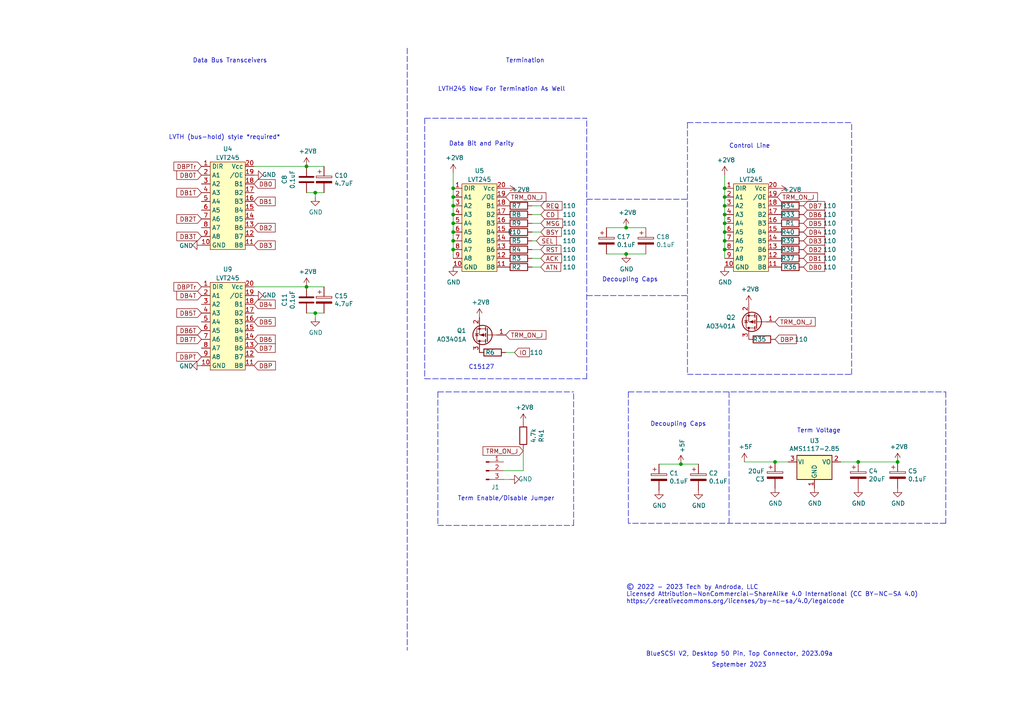
<source format=kicad_sch>
(kicad_sch (version 20211123) (generator eeschema)
  (paper "A4")
  (lib_symbols
    (symbol "Connector:Conn_01x03_Male" (pin_names (offset 1.016) hide)
      (property "Reference" "J" (at 0 5.08 0))
      (property "Value" "Conn_01x03_Male" (at 0 -5.08 0))
      (symbol "Conn_01x03_Male_1_1"
        (polyline (pts (xy 1.27 -2.54) (xy 0.8636 -2.54)) (stroke (width 0.1524)))
        (polyline (pts (xy 1.27 0) (xy 0.8636 0)) (stroke (width 0.1524)))
        (polyline (pts (xy 1.27 2.54) (xy 0.8636 2.54)) (stroke (width 0.1524)))
        (rectangle (start 0.8636 -2.413) (end 0 -2.667) (stroke (width 0.1524)) (fill (type outline)))
        (rectangle (start 0.8636 0.127) (end 0 -0.127) (stroke (width 0.1524)) (fill (type outline)))
        (rectangle (start 0.8636 2.667) (end 0 2.413) (stroke (width 0.1524)) (fill (type outline)))
        (pin passive line (at 5.08 2.54 180) (length 3.81) (name "Pin_1") (number "1"))
        (pin passive line (at 5.08 0 180) (length 3.81) (name "Pin_2") (number "2"))
        (pin passive line (at 5.08 -2.54 180) (length 3.81) (name "Pin_3") (number "3"))
      )
    )
    (symbol "Device:C" (pin_numbers hide) (pin_names (offset 0.254))
      (property "Reference" "C" (at 0.635 2.54 0))
      (property "Value" "C" (at 0.635 -2.54 0))
      (symbol "C_0_1"
        (polyline (pts (xy -2.032 -0.762) (xy 2.032 -0.762)) (stroke (width 0.508)))
        (polyline (pts (xy -2.032 0.762) (xy 2.032 0.762)) (stroke (width 0.508)))
      )
      (symbol "C_1_1"
        (pin passive line (at 0 3.81 270) (length 2.794) (name "~") (number "1"))
        (pin passive line (at 0 -3.81 90) (length 2.794) (name "~") (number "2"))
      )
    )
    (symbol "Device:CP" (pin_numbers hide) (pin_names (offset 0.254))
      (property "Reference" "C" (at 0.635 2.54 0))
      (property "Value" "Device_CP" (at 0.635 -2.54 0))
      (symbol "CP_0_1"
        (rectangle (start -2.286 0.508) (end 2.286 1.016))
        (polyline (pts (xy -1.778 2.286) (xy -0.762 2.286)))
        (polyline (pts (xy -1.27 2.794) (xy -1.27 1.778)))
        (rectangle (start 2.286 -0.508) (end -2.286 -1.016) (fill (type outline)))
      )
      (symbol "CP_1_1"
        (pin passive line (at 0 3.81 270) (length 2.794) (name "~") (number "1"))
        (pin passive line (at 0 -3.81 90) (length 2.794) (name "~") (number "2"))
      )
    )
    (symbol "Device:R" (pin_numbers hide) (pin_names (offset 0))
      (property "Reference" "R" (at 2.032 0 90))
      (property "Value" "R" (at 0 0 90))
      (symbol "R_0_1"
        (rectangle (start -1.016 -2.54) (end 1.016 2.54) (stroke (width 0.254)))
      )
      (symbol "R_1_1"
        (pin passive line (at 0 3.81 270) (length 1.27) (name "~") (number "1"))
        (pin passive line (at 0 -3.81 90) (length 1.27) (name "~") (number "2"))
      )
    )
    (symbol "New_Library:LVT245"
      (property "Reference" "U" (at 0 0 0))
      (property "Value" "LVT245" (at 0 2.54 0))
      (symbol "LVT245_0_1"
        (rectangle (start 5.08 -2.54) (end -5.08 -27.94) (fill (type background)))
      )
      (symbol "LVT245_1_1"
        (pin input line (at -7.62 -3.81 0) (length 2.54) (name "DIR") (number "1"))
        (pin input line (at -7.62 -26.67 0) (length 2.54) (name "GND") (number "10"))
        (pin input line (at 7.62 -26.67 180) (length 2.54) (name "B8") (number "11"))
        (pin input line (at 7.62 -24.13 180) (length 2.54) (name "B7") (number "12"))
        (pin input line (at 7.62 -21.59 180) (length 2.54) (name "B6") (number "13"))
        (pin input line (at 7.62 -19.05 180) (length 2.54) (name "B5") (number "14"))
        (pin input line (at 7.62 -16.51 180) (length 2.54) (name "B4") (number "15"))
        (pin input line (at 7.62 -13.97 180) (length 2.54) (name "B3") (number "16"))
        (pin input line (at 7.62 -11.43 180) (length 2.54) (name "B2") (number "17"))
        (pin input line (at 7.62 -8.89 180) (length 2.54) (name "B1") (number "18"))
        (pin input line (at 7.62 -6.35 180) (length 2.54) (name "/OE") (number "19"))
        (pin input line (at -7.62 -6.35 0) (length 2.54) (name "A1") (number "2"))
        (pin input line (at 7.62 -3.81 180) (length 2.54) (name "Vcc") (number "20"))
        (pin input line (at -7.62 -8.89 0) (length 2.54) (name "A2") (number "3"))
        (pin input line (at -7.62 -11.43 0) (length 2.54) (name "A3") (number "4"))
        (pin input line (at -7.62 -13.97 0) (length 2.54) (name "A4") (number "5"))
        (pin input line (at -7.62 -16.51 0) (length 2.54) (name "A5") (number "6"))
        (pin input line (at -7.62 -19.05 0) (length 2.54) (name "A6") (number "7"))
        (pin input line (at -7.62 -21.59 0) (length 2.54) (name "A7") (number "8"))
        (pin input line (at -7.62 -24.13 0) (length 2.54) (name "A8") (number "9"))
      )
    )
    (symbol "Regulator_Linear:AMS1117CD-2.85" (pin_names (offset 0.254))
      (property "Reference" "U" (at -3.81 3.175 0))
      (property "Value" "AMS1117CD-2.85" (at 0 3.175 0))
      (symbol "AMS1117CD-2.85_0_1"
        (rectangle (start -5.08 -5.08) (end 5.08 1.905) (stroke (width 0.254)) (fill (type background)))
      )
      (symbol "AMS1117CD-2.85_1_1"
        (pin power_in line (at 0 -7.62 90) (length 2.54) (name "GND") (number "1"))
        (pin power_out line (at 7.62 0 180) (length 2.54) (name "VO") (number "2"))
        (pin power_in line (at -7.62 0 0) (length 2.54) (name "VI") (number "3"))
      )
    )
    (symbol "Transistor_FET:AO3401A" (pin_names hide)
      (property "Reference" "Q" (at 5.08 1.905 0))
      (property "Value" "AO3401A" (at 5.08 0 0))
      (symbol "AO3401A_0_1"
        (polyline (pts (xy 0.254 0) (xy -2.54 0)))
        (polyline (pts (xy 0.254 1.905) (xy 0.254 -1.905)) (stroke (width 0.254)))
        (polyline (pts (xy 0.762 -1.27) (xy 0.762 -2.286)) (stroke (width 0.254)))
        (polyline (pts (xy 0.762 0.508) (xy 0.762 -0.508)) (stroke (width 0.254)))
        (polyline (pts (xy 0.762 2.286) (xy 0.762 1.27)) (stroke (width 0.254)))
        (polyline (pts (xy 2.54 2.54) (xy 2.54 1.778)))
        (polyline (pts (xy 2.54 -2.54) (xy 2.54 0) (xy 0.762 0)))
        (polyline (pts (xy 0.762 1.778) (xy 3.302 1.778) (xy 3.302 -1.778) (xy 0.762 -1.778)))
        (polyline (pts (xy 2.286 0) (xy 1.27 0.381) (xy 1.27 -0.381) (xy 2.286 0)) (fill (type outline)))
        (polyline (pts (xy 2.794 -0.508) (xy 2.921 -0.381) (xy 3.683 -0.381) (xy 3.81 -0.254)))
        (polyline (pts (xy 3.302 -0.381) (xy 2.921 0.254) (xy 3.683 0.254) (xy 3.302 -0.381)))
        (circle (center 1.651 0) (radius 2.794) (stroke (width 0.254)))
        (circle (center 2.54 -1.778) (radius 0.254) (fill (type outline)))
        (circle (center 2.54 1.778) (radius 0.254) (fill (type outline)))
      )
      (symbol "AO3401A_1_1"
        (pin input line (at -5.08 0 0) (length 2.54) (name "G") (number "1"))
        (pin passive line (at 2.54 -5.08 90) (length 2.54) (name "S") (number "2"))
        (pin passive line (at 2.54 5.08 270) (length 2.54) (name "D") (number "3"))
      )
    )
    (symbol "power:+2V8" (power) (pin_names (offset 0))
      (property "Value" "+2V8" (at 0 3.556 0))
      (symbol "+2V8_0_1"
        (polyline (pts (xy -0.762 1.27) (xy 0 2.54)))
        (polyline (pts (xy 0 0) (xy 0 2.54)))
        (polyline (pts (xy 0 2.54) (xy 0.762 1.27)))
      )
      (symbol "+2V8_1_1"
        (pin power_in line (at 0 0 90) (length 0) hide (name "+2V8") (number "1"))
      )
    )
    (symbol "power:+5F" (power) (pin_names (offset 0))
      (property "Value" "+5F" (at 0 3.556 0))
      (symbol "+5F_0_1"
        (polyline (pts (xy -0.762 1.27) (xy 0 2.54)))
        (polyline (pts (xy 0 0) (xy 0 2.54)))
        (polyline (pts (xy 0 2.54) (xy 0.762 1.27)))
      )
      (symbol "+5F_1_1"
        (pin power_in line (at 0 0 90) (length 0) hide (name "+5F") (number "1"))
      )
    )
    (symbol "power:GND" (power) (pin_names (offset 0))
      (property "Value" "GND" (at 0 -3.81 0))
      (symbol "GND_0_1"
        (polyline (pts (xy 0 0) (xy 0 -1.27) (xy 1.27 -1.27) (xy 0 -2.54) (xy -1.27 -1.27) (xy 0 -1.27)))
      )
      (symbol "GND_1_1"
        (pin power_in line (at 0 0 270) (length 0) hide (name "GND") (number "1"))
      )
    )
  )
  (junction (at 131.445 69.85))
  (junction (at 131.445 54.61))
  (junction (at 131.445 57.15))
  (junction (at 210.185 64.77))
  (junction (at 210.185 72.39))
  (junction (at 131.445 67.31))
  (junction (at 88.9 83.185))
  (junction (at 131.445 64.77))
  (junction (at 131.445 59.69))
  (junction (at 210.185 57.15))
  (junction (at 210.185 62.23))
  (junction (at 91.44 90.805))
  (junction (at 131.445 62.23))
  (junction (at 91.44 55.88))
  (junction (at 210.185 59.69))
  (junction (at 210.185 69.85))
  (junction (at 224.79 133.985))
  (junction (at 210.185 67.31))
  (junction (at 260.35 133.985))
  (junction (at 131.445 72.39))
  (junction (at 181.61 73.66))
  (junction (at 181.61 66.04))
  (junction (at 210.185 54.61))
  (junction (at 197.485 134.62))
  (junction (at 248.92 133.985))
  (junction (at 88.9 48.26))
  (wire (pts (xy 210.185 64.77) (xy 210.185 67.31)))
  (wire (pts (xy 197.485 134.62) (xy 202.565 134.62)))
  (wire (pts (xy 248.92 133.985) (xy 260.35 133.985)))
  (wire (pts (xy 175.895 73.66) (xy 181.61 73.66)))
  (wire (pts (xy 146.05 136.525) (xy 151.765 136.525)))
  (wire (pts (xy 210.185 67.31) (xy 210.185 69.85)))
  (wire (pts (xy 91.44 90.805) (xy 91.44 92.075)))
  (polyline (pts (xy 170.18 85.725) (xy 199.39 85.725)))
  (wire (pts (xy 243.84 133.985) (xy 248.92 133.985)))
  (wire (pts (xy 210.185 50.8) (xy 210.185 54.61)))
  (wire (pts (xy 210.185 72.39) (xy 210.185 74.93)))
  (polyline (pts (xy 118.11 13.97) (xy 118.11 188.595)))
  (wire (pts (xy 73.66 48.26) (xy 88.9 48.26)))
  (polyline (pts (xy 123.19 34.29) (xy 170.18 34.29)))
  (wire (pts (xy 156.845 67.31) (xy 154.305 67.31)))
  (polyline (pts (xy 182.245 113.665) (xy 182.245 151.765)))
  (polyline (pts (xy 199.39 35.56) (xy 247.015 35.56)))
  (polyline (pts (xy 123.19 109.855) (xy 170.18 109.855)))
  (wire (pts (xy 154.305 72.39) (xy 156.845 72.39)))
  (wire (pts (xy 131.445 64.77) (xy 131.445 67.31)))
  (wire (pts (xy 146.05 139.065) (xy 147.955 139.065)))
  (wire (pts (xy 73.66 83.185) (xy 88.9 83.185)))
  (wire (pts (xy 181.61 73.66) (xy 187.325 73.66)))
  (polyline (pts (xy 170.18 109.855) (xy 170.18 34.29)))
  (wire (pts (xy 154.305 59.69) (xy 156.845 59.69)))
  (wire (pts (xy 131.445 59.69) (xy 131.445 62.23)))
  (wire (pts (xy 88.9 48.26) (xy 93.98 48.26)))
  (wire (pts (xy 131.445 72.39) (xy 131.445 74.93)))
  (polyline (pts (xy 127 113.665) (xy 127 152.4)))
  (wire (pts (xy 154.305 62.23) (xy 156.845 62.23)))
  (polyline (pts (xy 211.455 113.665) (xy 211.455 151.765)))
  (wire (pts (xy 156.845 64.77) (xy 154.305 64.77)))
  (wire (pts (xy 88.9 83.185) (xy 93.98 83.185)))
  (polyline (pts (xy 166.37 152.4) (xy 166.37 113.665)))
  (polyline (pts (xy 170.18 57.785) (xy 199.39 57.785)))
  (wire (pts (xy 91.44 55.88) (xy 91.44 57.15)))
  (wire (pts (xy 210.185 62.23) (xy 210.185 64.77)))
  (wire (pts (xy 131.445 62.23) (xy 131.445 64.77)))
  (wire (pts (xy 131.445 50.165) (xy 131.445 54.61)))
  (wire (pts (xy 210.185 59.69) (xy 210.185 62.23)))
  (wire (pts (xy 210.185 54.61) (xy 210.185 57.15)))
  (polyline (pts (xy 247.015 108.585) (xy 247.015 35.56)))
  (polyline (pts (xy 182.245 113.665) (xy 274.32 113.665)))
  (wire (pts (xy 215.9 133.985) (xy 224.79 133.985)))
  (wire (pts (xy 175.895 66.04) (xy 181.61 66.04)))
  (wire (pts (xy 154.305 77.47) (xy 156.845 77.47)))
  (wire (pts (xy 91.44 55.88) (xy 93.98 55.88)))
  (wire (pts (xy 181.61 66.04) (xy 187.325 66.04)))
  (wire (pts (xy 149.225 102.235) (xy 146.685 102.235)))
  (polyline (pts (xy 274.32 113.665) (xy 274.32 151.765)))
  (wire (pts (xy 156.845 74.93) (xy 154.305 74.93)))
  (wire (pts (xy 131.445 69.85) (xy 131.445 72.39)))
  (polyline (pts (xy 199.39 108.585) (xy 247.015 108.585)))
  (polyline (pts (xy 123.19 34.29) (xy 123.19 109.855)))
  (wire (pts (xy 210.185 57.15) (xy 210.185 59.69)))
  (wire (pts (xy 88.9 55.88) (xy 91.44 55.88)))
  (wire (pts (xy 131.445 54.61) (xy 131.445 57.15)))
  (wire (pts (xy 210.185 69.85) (xy 210.185 72.39)))
  (wire (pts (xy 191.135 134.62) (xy 197.485 134.62)))
  (wire (pts (xy 131.445 57.15) (xy 131.445 59.69)))
  (wire (pts (xy 224.79 133.985) (xy 228.6 133.985)))
  (wire (pts (xy 154.305 69.85) (xy 155.575 69.85)))
  (wire (pts (xy 131.445 67.31) (xy 131.445 69.85)))
  (polyline (pts (xy 127 113.665) (xy 166.37 113.665)))
  (polyline (pts (xy 127 152.4) (xy 166.37 152.4)))
  (polyline (pts (xy 199.39 35.56) (xy 199.39 108.585)))
  (wire (pts (xy 91.44 90.805) (xy 93.98 90.805)))
  (wire (pts (xy 151.765 136.525) (xy 151.765 130.175)))
  (wire (pts (xy 88.9 90.805) (xy 91.44 90.805)))
  (polyline (pts (xy 274.32 151.765) (xy 182.245 151.765)))
  (text "Data Bus Transceivers" (at 55.88 18.415 0) (effects (font (size 1.27 1.27)) (justify left bottom)))
  (text "C15127" (at 135.89 107.315 0) (effects (font (size 1.27 1.27)) (justify left bottom)))
  (text "Control Line" (at 211.455 43.18 0) (effects (font (size 1.27 1.27)) (justify left bottom)))
  (text "Decoupling Caps" (at 188.595 123.825 0) (effects (font (size 1.27 1.27)) (justify left bottom)))
  (text "Data Bit and Parity" (at 130.175 42.545 0) (effects (font (size 1.27 1.27)) (justify left bottom)))
  (text "© 2022 - 2023 Tech by Androda, LLC\nLicensed Attribution-NonCommercial-ShareAlike 4.0 International (CC BY-NC-SA 4.0)\nhttps://creativecommons.org/licenses/by-nc-sa/4.0/legalcode" (at 181.61 175.26 0) (effects (font (size 1.27 1.27)) (justify left bottom)))
  (text "BlueSCSI V2, Desktop 50 Pin, Top Connector, 2023.09a" (at 187.325 190.5 0) (effects (font (size 1.27 1.27)) (justify left bottom)))
  (text "Termination" (at 146.685 18.415 0) (effects (font (size 1.27 1.27)) (justify left bottom)))
  (text "Term Voltage" (at 231.14 125.73 0) (effects (font (size 1.27 1.27)) (justify left bottom)))
  (text "Term Enable/Disable Jumper" (at 132.715 145.415 0) (effects (font (size 1.27 1.27)) (justify left bottom)))
  (text "Decoupling Caps" (at 174.625 81.915 0) (effects (font (size 1.27 1.27)) (justify left bottom)))
  (text "September 2023" (at 206.375 193.675 0) (effects (font (size 1.27 1.27)) (justify left bottom)))
  (text "LVTH245 Now For Termination As Well" (at 127 26.67 0) (effects (font (size 1.27 1.27)) (justify left bottom)))
  (text "LVTH (bus-hold) style *required*" (at 48.895 40.64 0) (effects (font (size 1.27 1.27)) (justify left bottom)))
  (global_label "DB3T" (shape input) (at 58.42 68.58 180) (property "Intersheet References" "${INTERSHEET_REFS}" (effects hide)))
  (global_label "TRM_ON_J" (shape input) (at 151.765 130.81 180) (property "Intersheet References" "${INTERSHEET_REFS}" (effects hide)))
  (global_label "DB1" (shape input) (at 233.045 74.93 0) (property "Intersheet References" "${INTERSHEET_REFS}" (effects hide)))
  (global_label "TRM_ON_J" (shape input) (at 225.425 57.15 0) (property "Intersheet References" "${INTERSHEET_REFS}" (effects hide)))
  (global_label "DBPTr" (shape input) (at 58.42 83.185 180) (property "Intersheet References" "${INTERSHEET_REFS}" (effects hide)))
  (global_label "DB7" (shape input) (at 73.66 100.965 0) (property "Intersheet References" "${INTERSHEET_REFS}" (effects hide)))
  (global_label "DBPTr" (shape input) (at 58.42 48.26 180) (property "Intersheet References" "${INTERSHEET_REFS}" (effects hide)))
  (global_label "DB5T" (shape input) (at 58.42 90.805 180) (property "Intersheet References" "${INTERSHEET_REFS}" (effects hide)))
  (global_label "DB2" (shape input) (at 73.66 66.04 0) (property "Intersheet References" "${INTERSHEET_REFS}" (effects hide)))
  (global_label "CD" (shape input) (at 156.845 62.23 0) (property "Intersheet References" "${INTERSHEET_REFS}" (effects hide)))
  (global_label "TRM_ON_J" (shape input) (at 146.685 97.155 0) (property "Intersheet References" "${INTERSHEET_REFS}" (effects hide)))
  (global_label "DBP" (shape input) (at 224.79 98.425 0) (property "Intersheet References" "${INTERSHEET_REFS}" (effects hide)))
  (global_label "DB6T" (shape input) (at 58.42 95.885 180) (property "Intersheet References" "${INTERSHEET_REFS}" (effects hide)))
  (global_label "DB7T" (shape input) (at 58.42 98.425 180) (property "Intersheet References" "${INTERSHEET_REFS}" (effects hide)))
  (global_label "DB0T" (shape input) (at 58.42 50.8 180) (property "Intersheet References" "${INTERSHEET_REFS}" (effects hide)))
  (global_label "DB0" (shape input) (at 73.66 53.34 0) (property "Intersheet References" "${INTERSHEET_REFS}" (effects hide)))
  (global_label "DB7" (shape input) (at 233.045 59.69 0) (property "Intersheet References" "${INTERSHEET_REFS}" (effects hide)))
  (global_label "ATN" (shape input) (at 156.845 77.47 0) (property "Intersheet References" "${INTERSHEET_REFS}" (effects hide)))
  (global_label "RST" (shape input) (at 156.845 72.39 0) (property "Intersheet References" "${INTERSHEET_REFS}" (effects hide)))
  (global_label "DB3" (shape input) (at 73.66 71.12 0) (property "Intersheet References" "${INTERSHEET_REFS}" (effects hide)))
  (global_label "DB5" (shape input) (at 73.66 93.345 0) (property "Intersheet References" "${INTERSHEET_REFS}" (effects hide)))
  (global_label "TRM_ON_J" (shape input) (at 224.79 93.345 0) (property "Intersheet References" "${INTERSHEET_REFS}" (effects hide)))
  (global_label "ACK" (shape input) (at 156.845 74.93 0) (property "Intersheet References" "${INTERSHEET_REFS}" (effects hide)))
  (global_label "DB2T" (shape input) (at 58.42 63.5 180) (property "Intersheet References" "${INTERSHEET_REFS}" (effects hide)))
  (global_label "MSG" (shape input) (at 156.845 64.77 0) (property "Intersheet References" "${INTERSHEET_REFS}" (effects hide)))
  (global_label "REQ" (shape input) (at 156.845 59.69 0) (property "Intersheet References" "${INTERSHEET_REFS}" (effects hide)))
  (global_label "IO" (shape input) (at 149.225 102.235 0) (property "Intersheet References" "${INTERSHEET_REFS}" (effects hide)))
  (global_label "DB5" (shape input) (at 233.045 64.77 0) (property "Intersheet References" "${INTERSHEET_REFS}" (effects hide)))
  (global_label "DB0" (shape input) (at 233.045 77.47 0) (property "Intersheet References" "${INTERSHEET_REFS}" (effects hide)))
  (global_label "DB1T" (shape input) (at 58.42 55.88 180) (property "Intersheet References" "${INTERSHEET_REFS}" (effects hide)))
  (global_label "DB6" (shape input) (at 233.045 62.23 0) (property "Intersheet References" "${INTERSHEET_REFS}" (effects hide)))
  (global_label "DB3" (shape input) (at 233.045 69.85 0) (property "Intersheet References" "${INTERSHEET_REFS}" (effects hide)))
  (global_label "DBPT" (shape input) (at 58.42 103.505 180) (property "Intersheet References" "${INTERSHEET_REFS}" (effects hide)))
  (global_label "TRM_ON_J" (shape input) (at 146.685 57.15 0) (property "Intersheet References" "${INTERSHEET_REFS}" (effects hide)))
  (global_label "SEL" (shape input) (at 155.575 69.85 0) (property "Intersheet References" "${INTERSHEET_REFS}" (effects hide)))
  (global_label "DB4" (shape input) (at 73.66 88.265 0) (property "Intersheet References" "${INTERSHEET_REFS}" (effects hide)))
  (global_label "DB2" (shape input) (at 233.045 72.39 0) (property "Intersheet References" "${INTERSHEET_REFS}" (effects hide)))
  (global_label "DB6" (shape input) (at 73.66 98.425 0) (property "Intersheet References" "${INTERSHEET_REFS}" (effects hide)))
  (global_label "BSY" (shape input) (at 156.845 67.31 0) (property "Intersheet References" "${INTERSHEET_REFS}" (effects hide)))
  (global_label "DB4T" (shape input) (at 58.42 85.725 180) (property "Intersheet References" "${INTERSHEET_REFS}" (effects hide)))
  (global_label "DBP" (shape input) (at 73.66 106.045 0) (property "Intersheet References" "${INTERSHEET_REFS}" (effects hide)))
  (global_label "DB4" (shape input) (at 233.045 67.31 0) (property "Intersheet References" "${INTERSHEET_REFS}" (effects hide)))
  (global_label "DB1" (shape input) (at 73.66 58.42 0) (property "Intersheet References" "${INTERSHEET_REFS}" (effects hide)))
  (symbol (lib_id "Device:CP") (at 260.35 137.795 0) (unit 1)
    (property "Reference" "C5" (at 263.3472 136.6266 0) (effects (justify left)))
    (property "Value" "0.1uF" (at 263.3472 138.938 0) (effects (justify left)))
    (property "Footprint" "Capacitor_SMD:C_0805_2012Metric_Pad1.15x1.40mm_HandSolder" (effects hide))
  )
  (symbol (lib_id "power:GND") (at 147.955 139.065 90) (unit 1)
    (property "Reference" "#PWR04" (effects hide))
    (property "Value" "GND" (at 152.3492 138.938 90))
  )
  (symbol (lib_id "New_Library:LVT245") (at 217.805 50.8 0) (unit 1)
    (property "Reference" "U6" (at 217.805 49.53 0))
    (property "Value" "LVT245" (at 217.805 52.07 0))
    (property "Footprint" "Package_SO:TSSOP-20_4.4x6.5mm_P0.65mm" (effects hide))
  )
  (symbol (lib_id "New_Library:LVT245") (at 139.065 50.8 0) (unit 1)
    (property "Reference" "U5" (at 139.065 49.53 0))
    (property "Value" "LVT245" (at 139.065 52.07 0))
    (property "Footprint" "Package_SO:TSSOP-20_4.4x6.5mm_P0.65mm" (effects hide))
  )
  (symbol (lib_id "power:GND") (at 181.61 73.66 0) (unit 1)
    (property "Reference" "#PWR054" (effects hide))
    (property "Value" "GND" (at 181.737 78.0542 0))
  )
  (symbol (lib_id "power:+2V8") (at 225.425 54.61 270) (unit 1)
    (property "Reference" "#PWR0109" (effects hide))
    (property "Value" "+2V8" (at 229.8192 54.991 90))
  )
  (symbol (lib_id "New_Library:LVT245") (at 66.04 44.45 0) (unit 1)
    (property "Reference" "U4" (at 66.04 43.18 0))
    (property "Value" "LVT245" (at 66.04 45.72 0))
    (property "Footprint" "Package_SO:TSSOP-20_4.4x6.5mm_P0.65mm" (effects hide))
  )
  (symbol (lib_id "Device:C") (at 88.9 52.07 0) (unit 1)
    (property "Reference" "C8" (at 82.4992 52.07 90))
    (property "Value" "0.1uF" (at 84.8106 52.07 90))
    (property "Footprint" "Capacitor_SMD:C_0805_2012Metric_Pad1.18x1.45mm_HandSolder" (effects hide))
  )
  (symbol (lib_id "Device:CP") (at 191.135 138.43 0) (unit 1)
    (property "Reference" "C1" (at 194.1322 137.2616 0) (effects (justify left)))
    (property "Value" "0.1uF" (at 194.1322 139.573 0) (effects (justify left)))
    (property "Footprint" "Capacitor_SMD:C_0805_2012Metric_Pad1.15x1.40mm_HandSolder" (effects hide))
  )
  (symbol (lib_id "Device:R") (at 229.235 69.85 90) (mirror x) (unit 1)
    (property "Reference" "R39" (at 230.505 69.85 90) (effects (justify left)))
    (property "Value" "110" (at 242.57 69.85 90) (effects (justify left)))
    (property "Footprint" "Resistor_SMD:R_0603_1608Metric_Pad0.98x0.95mm_HandSolder" (effects hide))
  )
  (symbol (lib_id "power:+2V8") (at 151.765 122.555 0) (unit 1)
    (property "Reference" "#PWR058" (effects hide))
    (property "Value" "+2V8" (at 152.146 118.1608 0))
  )
  (symbol (lib_id "power:+5F") (at 197.485 134.62 0) (unit 1)
    (property "Reference" "#PWR0116" (effects hide))
    (property "Value" "+5F" (at 197.866 131.3688 90) (effects (justify left)))
  )
  (symbol (lib_id "Regulator_Linear:AMS1117CD-2.85") (at 236.22 133.985 0) (unit 1)
    (property "Reference" "U3" (at 236.22 127.8382 0))
    (property "Value" "AMS1117-2.85" (at 236.22 130.1496 0))
    (property "Footprint" "Package_TO_SOT_SMD:SOT-223-3_TabPin2" (effects hide))
    (property "Datasheet" "http://www.advanced-monolithic.com/pdf/ds1117.pdf" (effects hide))
  )
  (symbol (lib_id "power:GND") (at 191.135 142.24 0) (unit 1)
    (property "Reference" "#PWR03" (effects hide))
    (property "Value" "GND" (at 191.262 146.6342 0))
  )
  (symbol (lib_id "Transistor_FET:AO3401A") (at 141.605 97.155 180) (unit 1)
    (property "Reference" "Q1" (at 135.255 95.8849 0) (effects (justify left)))
    (property "Value" "AO3401A" (at 135.255 98.4249 0) (effects (justify left)))
    (property "Footprint" "Package_TO_SOT_SMD:SOT-23" (effects hide))
    (property "Datasheet" "http://www.aosmd.com/pdfs/datasheet/AO3401A.pdf" (effects hide))
  )
  (symbol (lib_id "power:GND") (at 58.42 106.045 270) (unit 1)
    (property "Reference" "#PWR011" (effects hide))
    (property "Value" "GND" (at 54.0258 106.172 90))
  )
  (symbol (lib_id "power:GND") (at 224.79 141.605 0) (unit 1)
    (property "Reference" "#PWR07" (effects hide))
    (property "Value" "GND" (at 224.917 145.9992 0))
  )
  (symbol (lib_id "power:GND") (at 91.44 57.15 0) (unit 1)
    (property "Reference" "#PWR010" (effects hide))
    (property "Value" "GND" (at 91.567 61.5442 0))
  )
  (symbol (lib_id "Device:CP") (at 224.79 137.795 0) (unit 1)
    (property "Reference" "C3" (at 221.7928 138.9634 0) (effects (justify right)))
    (property "Value" "20uF" (at 221.7928 136.652 0) (effects (justify right)))
    (property "Footprint" "Capacitor_SMD:C_1206_3216Metric_Pad1.42x1.75mm_HandSolder" (effects hide))
  )
  (symbol (lib_id "power:GND") (at 248.92 141.605 0) (unit 1)
    (property "Reference" "#PWR013" (effects hide))
    (property "Value" "GND" (at 249.047 145.9992 0))
  )
  (symbol (lib_id "Device:R") (at 229.235 59.69 90) (unit 1)
    (property "Reference" "R34" (at 230.505 59.69 90) (effects (justify left)))
    (property "Value" "110" (at 242.57 59.69 90) (effects (justify left)))
    (property "Footprint" "Resistor_SMD:R_0603_1608Metric_Pad0.98x0.95mm_HandSolder" (effects hide))
  )
  (symbol (lib_id "Device:R") (at 150.495 77.47 90) (unit 1)
    (property "Reference" "R2" (at 151.13 77.47 90) (effects (justify left)))
    (property "Value" "110" (at 167.005 77.47 90) (effects (justify left)))
    (property "Footprint" "Resistor_SMD:R_0603_1608Metric_Pad0.98x0.95mm_HandSolder" (effects hide))
  )
  (symbol (lib_id "Device:R") (at 150.495 69.85 90) (mirror x) (unit 1)
    (property "Reference" "R5" (at 151.13 69.85 90) (effects (justify left)))
    (property "Value" "110" (at 167.005 69.85 90) (effects (justify left)))
    (property "Footprint" "Resistor_SMD:R_0603_1608Metric_Pad0.98x0.95mm_HandSolder" (effects hide))
  )
  (symbol (lib_id "power:GND") (at 236.22 141.605 0) (unit 1)
    (property "Reference" "#PWR012" (effects hide))
    (property "Value" "GND" (at 236.347 145.9992 0))
  )
  (symbol (lib_id "power:+5F") (at 215.9 133.985 0) (unit 1)
    (property "Reference" "#PWR06" (effects hide))
    (property "Value" "+5F" (at 216.281 129.5908 0))
  )
  (symbol (lib_id "Device:CP") (at 202.565 138.43 0) (unit 1)
    (property "Reference" "C2" (at 205.5622 137.2616 0) (effects (justify left)))
    (property "Value" "0.1uF" (at 205.5622 139.573 0) (effects (justify left)))
    (property "Footprint" "Capacitor_SMD:C_0805_2012Metric_Pad1.15x1.40mm_HandSolder" (effects hide))
  )
  (symbol (lib_id "power:GND") (at 91.44 92.075 0) (unit 1)
    (property "Reference" "#PWR022" (effects hide))
    (property "Value" "GND" (at 91.567 96.4692 0))
  )
  (symbol (lib_id "Device:R") (at 151.765 126.365 180) (unit 1)
    (property "Reference" "R41" (at 157.0228 126.365 90))
    (property "Value" "4.7k" (at 154.7114 126.365 90))
    (property "Footprint" "Resistor_SMD:R_0603_1608Metric_Pad0.98x0.95mm_HandSolder" (effects hide))
  )
  (symbol (lib_id "power:GND") (at 131.445 77.47 0) (unit 1)
    (property "Reference" "#PWR028" (effects hide))
    (property "Value" "GND" (at 131.572 81.8642 0))
  )
  (symbol (lib_id "power:+2V8") (at 139.065 92.075 0) (unit 1)
    (property "Reference" "#PWR031" (effects hide))
    (property "Value" "+2V8" (at 139.446 87.6808 0))
  )
  (symbol (lib_id "power:+2V8") (at 131.445 50.165 0) (unit 1)
    (property "Reference" "#PWR024" (effects hide))
    (property "Value" "+2V8" (at 131.826 45.7708 0))
  )
  (symbol (lib_id "Device:CP") (at 93.98 52.07 0) (unit 1)
    (property "Reference" "C10" (at 96.9772 50.9016 0) (effects (justify left)))
    (property "Value" "4.7uF" (at 96.9772 53.213 0) (effects (justify left)))
    (property "Footprint" "Capacitor_SMD:C_0805_2012Metric_Pad1.18x1.45mm_HandSolder" (effects hide))
  )
  (symbol (lib_id "Device:R") (at 150.495 74.93 90) (unit 1)
    (property "Reference" "R3" (at 151.13 74.93 90) (effects (justify left)))
    (property "Value" "110" (at 167.005 74.93 90) (effects (justify left)))
    (property "Footprint" "Resistor_SMD:R_0603_1608Metric_Pad0.98x0.95mm_HandSolder" (effects hide))
  )
  (symbol (lib_id "power:GND") (at 210.185 77.47 0) (unit 1)
    (property "Reference" "#PWR034" (effects hide))
    (property "Value" "GND" (at 210.312 81.8642 0))
  )
  (symbol (lib_id "power:+2V8") (at 88.9 83.185 0) (unit 1)
    (property "Reference" "#PWR021" (effects hide))
    (property "Value" "+2V8" (at 89.281 78.7908 0))
  )
  (symbol (lib_id "Device:R") (at 229.235 62.23 90) (unit 1)
    (property "Reference" "R33" (at 230.505 62.23 90) (effects (justify left)))
    (property "Value" "110" (at 242.57 62.23 90) (effects (justify left)))
    (property "Footprint" "Resistor_SMD:R_0603_1608Metric_Pad0.98x0.95mm_HandSolder" (effects hide))
  )
  (symbol (lib_id "power:+2V8") (at 210.185 50.8 0) (unit 1)
    (property "Reference" "#PWR033" (effects hide))
    (property "Value" "+2V8" (at 210.566 46.4058 0))
  )
  (symbol (lib_id "Device:CP") (at 175.895 69.85 0) (unit 1)
    (property "Reference" "C17" (at 178.8922 68.6816 0) (effects (justify left)))
    (property "Value" "0.1uF" (at 178.8922 70.993 0) (effects (justify left)))
    (property "Footprint" "Capacitor_SMD:C_0805_2012Metric" (effects hide))
  )
  (symbol (lib_id "Transistor_FET:AO3401A") (at 219.71 93.345 180) (unit 1)
    (property "Reference" "Q2" (at 213.36 92.0749 0) (effects (justify left)))
    (property "Value" "AO3401A" (at 213.36 94.6149 0) (effects (justify left)))
    (property "Footprint" "Package_TO_SOT_SMD:SOT-23" (effects hide))
    (property "Datasheet" "http://www.aosmd.com/pdfs/datasheet/AO3401A.pdf" (effects hide))
  )
  (symbol (lib_id "power:+2V8") (at 217.17 88.265 0) (unit 1)
    (property "Reference" "#PWR039" (effects hide))
    (property "Value" "+2V8" (at 217.551 83.8708 0))
  )
  (symbol (lib_id "Device:R") (at 142.875 102.235 90) (unit 1)
    (property "Reference" "R6" (at 143.51 102.235 90) (effects (justify left)))
    (property "Value" "110" (at 157.48 102.235 90) (effects (justify left)))
    (property "Footprint" "Resistor_SMD:R_0603_1608Metric_Pad0.98x0.95mm_HandSolder" (effects hide))
  )
  (symbol (lib_id "Device:CP") (at 187.325 69.85 0) (unit 1)
    (property "Reference" "C18" (at 190.3222 68.6816 0) (effects (justify left)))
    (property "Value" "0.1uF" (at 190.3222 70.993 0) (effects (justify left)))
    (property "Footprint" "Capacitor_SMD:C_0805_2012Metric" (effects hide))
  )
  (symbol (lib_id "Device:R") (at 229.235 72.39 90) (mirror x) (unit 1)
    (property "Reference" "R38" (at 230.505 72.39 90) (effects (justify left)))
    (property "Value" "110" (at 242.57 72.39 90) (effects (justify left)))
    (property "Footprint" "Resistor_SMD:R_0603_1608Metric_Pad0.98x0.95mm_HandSolder" (effects hide))
  )
  (symbol (lib_id "Device:R") (at 150.495 64.77 90) (unit 1)
    (property "Reference" "R9" (at 151.13 64.77 90) (effects (justify left)))
    (property "Value" "110" (at 167.005 64.77 90) (effects (justify left)))
    (property "Footprint" "Resistor_SMD:R_0603_1608Metric_Pad0.98x0.95mm_HandSolder" (effects hide))
  )
  (symbol (lib_id "power:GND") (at 202.565 142.24 0) (unit 1)
    (property "Reference" "#PWR05" (effects hide))
    (property "Value" "GND" (at 202.692 146.6342 0))
  )
  (symbol (lib_id "power:+2V8") (at 260.35 133.985 0) (unit 1)
    (property "Reference" "#PWR015" (effects hide))
    (property "Value" "+2V8" (at 260.731 129.5908 0))
  )
  (symbol (lib_id "Device:R") (at 150.495 59.69 90) (unit 1)
    (property "Reference" "R7" (at 151.13 59.69 90) (effects (justify left)))
    (property "Value" "110" (at 167.005 59.69 90) (effects (justify left)))
    (property "Footprint" "Resistor_SMD:R_0603_1608Metric_Pad0.98x0.95mm_HandSolder" (effects hide))
  )
  (symbol (lib_id "power:GND") (at 260.35 141.605 0) (unit 1)
    (property "Reference" "#PWR016" (effects hide))
    (property "Value" "GND" (at 260.477 145.9992 0))
  )
  (symbol (lib_id "power:GND") (at 73.66 85.725 90) (unit 1)
    (property "Reference" "#PWR020" (effects hide))
    (property "Value" "GND" (at 78.0542 85.598 90))
  )
  (symbol (lib_id "Device:R") (at 220.98 98.425 90) (unit 1)
    (property "Reference" "R35" (at 222.25 98.425 90) (effects (justify left)))
    (property "Value" "110" (at 234.315 98.425 90) (effects (justify left)))
    (property "Footprint" "Resistor_SMD:R_0603_1608Metric_Pad0.98x0.95mm_HandSolder" (effects hide))
  )
  (symbol (lib_id "Device:R") (at 150.495 62.23 90) (unit 1)
    (property "Reference" "R8" (at 151.13 62.23 90) (effects (justify left)))
    (property "Value" "110" (at 167.005 62.23 90) (effects (justify left)))
    (property "Footprint" "Resistor_SMD:R_0603_1608Metric_Pad0.98x0.95mm_HandSolder" (effects hide))
  )
  (symbol (lib_id "Device:CP") (at 93.98 86.995 0) (unit 1)
    (property "Reference" "C15" (at 96.9772 85.8266 0) (effects (justify left)))
    (property "Value" "4.7uF" (at 96.9772 88.138 0) (effects (justify left)))
    (property "Footprint" "Capacitor_SMD:C_0805_2012Metric_Pad1.18x1.45mm_HandSolder" (effects hide))
  )
  (symbol (lib_id "Device:C") (at 88.9 86.995 0) (unit 1)
    (property "Reference" "C11" (at 82.4992 86.995 90))
    (property "Value" "0.1uF" (at 84.8106 86.995 90))
    (property "Footprint" "Capacitor_SMD:C_0805_2012Metric_Pad1.18x1.45mm_HandSolder" (effects hide))
  )
  (symbol (lib_id "Device:R") (at 229.235 74.93 90) (mirror x) (unit 1)
    (property "Reference" "R37" (at 230.505 74.93 90) (effects (justify left)))
    (property "Value" "110" (at 242.57 74.93 90) (effects (justify left)))
    (property "Footprint" "Resistor_SMD:R_0603_1608Metric_Pad0.98x0.95mm_HandSolder" (effects hide))
  )
  (symbol (lib_id "Device:R") (at 229.235 77.47 90) (mirror x) (unit 1)
    (property "Reference" "R36" (at 231.14 77.47 90) (effects (justify left)))
    (property "Value" "110" (at 242.57 77.47 90) (effects (justify left)))
    (property "Footprint" "Resistor_SMD:R_0603_1608Metric_Pad0.98x0.95mm_HandSolder" (effects hide))
  )
  (symbol (lib_id "New_Library:LVT245") (at 66.04 79.375 0) (unit 1)
    (property "Reference" "U9" (at 66.04 78.105 0))
    (property "Value" "LVT245" (at 66.04 80.645 0))
    (property "Footprint" "Package_SO:TSSOP-20_4.4x6.5mm_P0.65mm" (effects hide))
  )
  (symbol (lib_id "power:GND") (at 73.66 50.8 90) (unit 1)
    (property "Reference" "#PWR08" (effects hide))
    (property "Value" "GND" (at 78.0542 50.673 90))
  )
  (symbol (lib_id "power:+2V8") (at 146.685 54.61 270) (unit 1)
    (property "Reference" "#PWR0110" (effects hide))
    (property "Value" "+2V8" (at 151.0792 54.991 90))
  )
  (symbol (lib_id "power:+2V8") (at 181.61 66.04 0) (unit 1)
    (property "Reference" "#PWR053" (effects hide))
    (property "Value" "+2V8" (at 181.991 61.6458 0))
  )
  (symbol (lib_id "Device:R") (at 229.235 67.31 90) (unit 1)
    (property "Reference" "R40" (at 230.505 67.31 90) (effects (justify left)))
    (property "Value" "110" (at 242.57 67.31 90) (effects (justify left)))
    (property "Footprint" "Resistor_SMD:R_0603_1608Metric_Pad0.98x0.95mm_HandSolder" (effects hide))
  )
  (symbol (lib_id "Connector:Conn_01x03_Male") (at 140.97 136.525 0) (unit 1)
    (property "Reference" "J1" (at 144.8816 141.3002 0) (effects (justify right)))
    (property "Value" "Conn_01x03_Male" (effects hide))
    (property "Footprint" "Connector_PinHeader_2.54mm:PinHeader_1x03_P2.54mm_Vertical" (effects hide))
  )
  (symbol (lib_id "Device:R") (at 229.235 64.77 90) (unit 1)
    (property "Reference" "R1" (at 230.505 64.77 90) (effects (justify left)))
    (property "Value" "110" (at 242.57 64.77 90) (effects (justify left)))
    (property "Footprint" "Resistor_SMD:R_0603_1608Metric_Pad0.98x0.95mm_HandSolder" (effects hide))
  )
  (symbol (lib_id "Device:CP") (at 248.92 137.795 0) (unit 1)
    (property "Reference" "C4" (at 251.9172 136.6266 0) (effects (justify left)))
    (property "Value" "20uF" (at 251.9172 138.938 0) (effects (justify left)))
    (property "Footprint" "Capacitor_SMD:C_1206_3216Metric_Pad1.42x1.75mm_HandSolder" (effects hide))
  )
  (symbol (lib_id "Device:R") (at 150.495 67.31 90) (unit 1)
    (property "Reference" "R10" (at 151.13 67.31 90) (effects (justify left)))
    (property "Value" "110" (at 167.005 67.31 90) (effects (justify left)))
    (property "Footprint" "Resistor_SMD:R_0603_1608Metric_Pad0.98x0.95mm_HandSolder" (effects hide))
  )
  (symbol (lib_id "Device:R") (at 150.495 72.39 90) (mirror x) (unit 1)
    (property "Reference" "R4" (at 151.13 72.39 90) (effects (justify left)))
    (property "Value" "110" (at 167.005 72.39 90) (effects (justify left)))
    (property "Footprint" "Resistor_SMD:R_0603_1608Metric_Pad0.98x0.95mm_HandSolder" (effects hide))
  )
  (symbol (lib_id "power:+2V8") (at 88.9 48.26 0) (unit 1)
    (property "Reference" "#PWR09" (effects hide))
    (property "Value" "+2V8" (at 89.281 43.8658 0))
  )
  (symbol (lib_id "power:GND") (at 58.42 71.12 270) (unit 1)
    (property "Reference" "#PWR02" (effects hide))
    (property "Value" "GND" (at 54.0258 71.247 90))
  )
)
</source>
